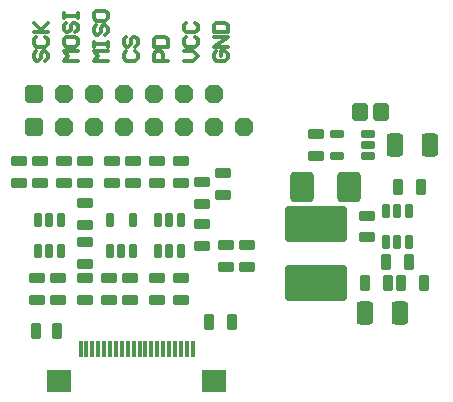
<source format=gts>
G04*
G04 #@! TF.GenerationSoftware,Altium Limited,Altium Designer,22.3.1 (43)*
G04*
G04 Layer_Color=8388736*
%FSLAX25Y25*%
%MOIN*%
G70*
G04*
G04 #@! TF.SameCoordinates,4C0AD069-EB26-4D81-AE36-419DC19207D4*
G04*
G04*
G04 #@! TF.FilePolarity,Negative*
G04*
G01*
G75*
%ADD10C,0.01181*%
G04:AMPARAMS|DCode=11|XSize=122.11mil|YSize=208.72mil|CornerRadius=13.81mil|HoleSize=0mil|Usage=FLASHONLY|Rotation=90.000|XOffset=0mil|YOffset=0mil|HoleType=Round|Shape=RoundedRectangle|*
%AMROUNDEDRECTD11*
21,1,0.12211,0.18110,0,0,90.0*
21,1,0.09449,0.20872,0,0,90.0*
1,1,0.02762,0.09055,0.04724*
1,1,0.02762,0.09055,-0.04724*
1,1,0.02762,-0.09055,-0.04724*
1,1,0.02762,-0.09055,0.04724*
%
%ADD11ROUNDEDRECTD11*%
G04:AMPARAMS|DCode=12|XSize=76.84mil|YSize=55.18mil|CornerRadius=9.68mil|HoleSize=0mil|Usage=FLASHONLY|Rotation=270.000|XOffset=0mil|YOffset=0mil|HoleType=Round|Shape=RoundedRectangle|*
%AMROUNDEDRECTD12*
21,1,0.07684,0.03583,0,0,270.0*
21,1,0.05748,0.05518,0,0,270.0*
1,1,0.01935,-0.01791,-0.02874*
1,1,0.01935,-0.01791,0.02874*
1,1,0.01935,0.01791,0.02874*
1,1,0.01935,0.01791,-0.02874*
%
%ADD12ROUNDEDRECTD12*%
G04:AMPARAMS|DCode=13|XSize=78.8mil|YSize=102.43mil|CornerRadius=13.22mil|HoleSize=0mil|Usage=FLASHONLY|Rotation=180.000|XOffset=0mil|YOffset=0mil|HoleType=Round|Shape=RoundedRectangle|*
%AMROUNDEDRECTD13*
21,1,0.07880,0.07598,0,0,180.0*
21,1,0.05236,0.10243,0,0,180.0*
1,1,0.02644,-0.02618,0.03799*
1,1,0.02644,0.02618,0.03799*
1,1,0.02644,0.02618,-0.03799*
1,1,0.02644,-0.02618,-0.03799*
%
%ADD13ROUNDEDRECTD13*%
G04:AMPARAMS|DCode=14|XSize=53.21mil|YSize=31.56mil|CornerRadius=4.76mil|HoleSize=0mil|Usage=FLASHONLY|Rotation=0.000|XOffset=0mil|YOffset=0mil|HoleType=Round|Shape=RoundedRectangle|*
%AMROUNDEDRECTD14*
21,1,0.05321,0.02205,0,0,0.0*
21,1,0.04370,0.03156,0,0,0.0*
1,1,0.00951,0.02185,-0.01102*
1,1,0.00951,-0.02185,-0.01102*
1,1,0.00951,-0.02185,0.01102*
1,1,0.00951,0.02185,0.01102*
%
%ADD14ROUNDEDRECTD14*%
G04:AMPARAMS|DCode=15|XSize=27.62mil|YSize=47.31mil|CornerRadius=7.91mil|HoleSize=0mil|Usage=FLASHONLY|Rotation=0.000|XOffset=0mil|YOffset=0mil|HoleType=Round|Shape=RoundedRectangle|*
%AMROUNDEDRECTD15*
21,1,0.02762,0.03150,0,0,0.0*
21,1,0.01181,0.04731,0,0,0.0*
1,1,0.01581,0.00591,-0.01575*
1,1,0.01581,-0.00591,-0.01575*
1,1,0.01581,-0.00591,0.01575*
1,1,0.01581,0.00591,0.01575*
%
%ADD15ROUNDEDRECTD15*%
G04:AMPARAMS|DCode=16|XSize=53.21mil|YSize=35.5mil|CornerRadius=5.15mil|HoleSize=0mil|Usage=FLASHONLY|Rotation=90.000|XOffset=0mil|YOffset=0mil|HoleType=Round|Shape=RoundedRectangle|*
%AMROUNDEDRECTD16*
21,1,0.05321,0.02520,0,0,90.0*
21,1,0.04291,0.03550,0,0,90.0*
1,1,0.01030,0.01260,0.02146*
1,1,0.01030,0.01260,-0.02146*
1,1,0.01030,-0.01260,-0.02146*
1,1,0.01030,-0.01260,0.02146*
%
%ADD16ROUNDEDRECTD16*%
G04:AMPARAMS|DCode=17|XSize=53.21mil|YSize=35.5mil|CornerRadius=5.15mil|HoleSize=0mil|Usage=FLASHONLY|Rotation=180.000|XOffset=0mil|YOffset=0mil|HoleType=Round|Shape=RoundedRectangle|*
%AMROUNDEDRECTD17*
21,1,0.05321,0.02520,0,0,180.0*
21,1,0.04291,0.03550,0,0,180.0*
1,1,0.01030,-0.02146,0.01260*
1,1,0.01030,0.02146,0.01260*
1,1,0.01030,0.02146,-0.01260*
1,1,0.01030,-0.02146,-0.01260*
%
%ADD17ROUNDEDRECTD17*%
G04:AMPARAMS|DCode=18|XSize=53.21mil|YSize=31.56mil|CornerRadius=4.76mil|HoleSize=0mil|Usage=FLASHONLY|Rotation=270.000|XOffset=0mil|YOffset=0mil|HoleType=Round|Shape=RoundedRectangle|*
%AMROUNDEDRECTD18*
21,1,0.05321,0.02205,0,0,270.0*
21,1,0.04370,0.03156,0,0,270.0*
1,1,0.00951,-0.01102,-0.02185*
1,1,0.00951,-0.01102,0.02185*
1,1,0.00951,0.01102,0.02185*
1,1,0.00951,0.01102,-0.02185*
%
%ADD18ROUNDEDRECTD18*%
G04:AMPARAMS|DCode=19|XSize=27.62mil|YSize=47.31mil|CornerRadius=4.36mil|HoleSize=0mil|Usage=FLASHONLY|Rotation=180.000|XOffset=0mil|YOffset=0mil|HoleType=Round|Shape=RoundedRectangle|*
%AMROUNDEDRECTD19*
21,1,0.02762,0.03858,0,0,180.0*
21,1,0.01890,0.04731,0,0,180.0*
1,1,0.00872,-0.00945,0.01929*
1,1,0.00872,0.00945,0.01929*
1,1,0.00872,0.00945,-0.01929*
1,1,0.00872,-0.00945,-0.01929*
%
%ADD19ROUNDEDRECTD19*%
G04:AMPARAMS|DCode=20|XSize=61.09mil|YSize=53.21mil|CornerRadius=11.84mil|HoleSize=0mil|Usage=FLASHONLY|Rotation=90.000|XOffset=0mil|YOffset=0mil|HoleType=Round|Shape=RoundedRectangle|*
%AMROUNDEDRECTD20*
21,1,0.06109,0.02953,0,0,90.0*
21,1,0.03740,0.05321,0,0,90.0*
1,1,0.02368,0.01476,0.01870*
1,1,0.02368,0.01476,-0.01870*
1,1,0.02368,-0.01476,-0.01870*
1,1,0.02368,-0.01476,0.01870*
%
%ADD20ROUNDEDRECTD20*%
G04:AMPARAMS|DCode=21|XSize=27.62mil|YSize=47.31mil|CornerRadius=4.36mil|HoleSize=0mil|Usage=FLASHONLY|Rotation=270.000|XOffset=0mil|YOffset=0mil|HoleType=Round|Shape=RoundedRectangle|*
%AMROUNDEDRECTD21*
21,1,0.02762,0.03858,0,0,270.0*
21,1,0.01890,0.04731,0,0,270.0*
1,1,0.00872,-0.01929,-0.00945*
1,1,0.00872,-0.01929,0.00945*
1,1,0.00872,0.01929,0.00945*
1,1,0.00872,0.01929,-0.00945*
%
%ADD21ROUNDEDRECTD21*%
%ADD22R,0.01581X0.05518*%
%ADD23R,0.08274X0.07487*%
%ADD24P,0.06825X8X22.5*%
G04:AMPARAMS|DCode=25|XSize=63.06mil|YSize=63.06mil|CornerRadius=16.76mil|HoleSize=0mil|Usage=FLASHONLY|Rotation=0.000|XOffset=0mil|YOffset=0mil|HoleType=Round|Shape=RoundedRectangle|*
%AMROUNDEDRECTD25*
21,1,0.06306,0.02953,0,0,0.0*
21,1,0.02953,0.06306,0,0,0.0*
1,1,0.03353,0.01476,-0.01476*
1,1,0.03353,-0.01476,-0.01476*
1,1,0.03353,-0.01476,0.01476*
1,1,0.03353,0.01476,0.01476*
%
%ADD25ROUNDEDRECTD25*%
%ADD26C,0.00400*%
D10*
X74883Y124330D02*
X74096Y123542D01*
Y121968D01*
X74883Y121181D01*
X78032D01*
X78819Y121968D01*
Y123542D01*
X78032Y124330D01*
X76458D01*
Y122755D01*
X78819Y125904D02*
X74096D01*
X78819Y129053D01*
X74096D01*
Y130627D02*
X78819D01*
Y132988D01*
X78032Y133775D01*
X74883D01*
X74096Y132988D01*
Y130627D01*
X64096Y121181D02*
X67245D01*
X68819Y122755D01*
X67245Y124330D01*
X64096D01*
X64883Y129053D02*
X64096Y128265D01*
Y126691D01*
X64883Y125904D01*
X68032D01*
X68819Y126691D01*
Y128265D01*
X68032Y129053D01*
X64883Y133775D02*
X64096Y132988D01*
Y131414D01*
X64883Y130627D01*
X68032D01*
X68819Y131414D01*
Y132988D01*
X68032Y133775D01*
X58819Y121181D02*
X54096D01*
Y123542D01*
X54883Y124330D01*
X56458D01*
X57245Y123542D01*
Y121181D01*
X54096Y125904D02*
X58819D01*
Y128265D01*
X58032Y129053D01*
X54883D01*
X54096Y128265D01*
Y125904D01*
X44883Y124330D02*
X44096Y123542D01*
Y121968D01*
X44883Y121181D01*
X48032D01*
X48819Y121968D01*
Y123542D01*
X48032Y124330D01*
X44883Y129053D02*
X44096Y128265D01*
Y126691D01*
X44883Y125904D01*
X45670D01*
X46457Y126691D01*
Y128265D01*
X47245Y129053D01*
X48032D01*
X48819Y128265D01*
Y126691D01*
X48032Y125904D01*
X38819Y121181D02*
X34096D01*
X35670Y122755D01*
X34096Y124330D01*
X38819D01*
X34096Y125904D02*
Y127478D01*
Y126691D01*
X38819D01*
Y125904D01*
Y127478D01*
X34883Y132988D02*
X34096Y132201D01*
Y130627D01*
X34883Y129840D01*
X35670D01*
X36457Y130627D01*
Y132201D01*
X37245Y132988D01*
X38032D01*
X38819Y132201D01*
Y130627D01*
X38032Y129840D01*
X34096Y136924D02*
Y135350D01*
X34883Y134563D01*
X38032D01*
X38819Y135350D01*
Y136924D01*
X38032Y137711D01*
X34883D01*
X34096Y136924D01*
X28819Y121181D02*
X24096D01*
X25670Y122755D01*
X24096Y124330D01*
X28819D01*
X24096Y128265D02*
Y126691D01*
X24883Y125904D01*
X28032D01*
X28819Y126691D01*
Y128265D01*
X28032Y129053D01*
X24883D01*
X24096Y128265D01*
X24883Y133775D02*
X24096Y132988D01*
Y131414D01*
X24883Y130627D01*
X25670D01*
X26458Y131414D01*
Y132988D01*
X27245Y133775D01*
X28032D01*
X28819Y132988D01*
Y131414D01*
X28032Y130627D01*
X24096Y135350D02*
Y136924D01*
Y136137D01*
X28819D01*
Y135350D01*
Y136924D01*
X14883Y124330D02*
X14096Y123542D01*
Y121968D01*
X14883Y121181D01*
X15670D01*
X16457Y121968D01*
Y123542D01*
X17245Y124330D01*
X18032D01*
X18819Y123542D01*
Y121968D01*
X18032Y121181D01*
X14883Y129053D02*
X14096Y128265D01*
Y126691D01*
X14883Y125904D01*
X18032D01*
X18819Y126691D01*
Y128265D01*
X18032Y129053D01*
X14096Y130627D02*
X18819D01*
X17245D01*
X14096Y133775D01*
X16457Y131414D01*
X18819Y133775D01*
D11*
X108378Y66843D02*
D03*
Y47157D02*
D03*
D12*
X134669Y93000D02*
D03*
X146087D02*
D03*
X136087Y37000D02*
D03*
X124669D02*
D03*
D13*
X119252Y78969D02*
D03*
X103504D02*
D03*
D14*
X16378Y80260D02*
D03*
X9378Y80260D02*
D03*
X15378Y48740D02*
D03*
X63378Y80260D02*
D03*
X70378Y80740D02*
D03*
X46378Y48740D02*
D03*
Y41260D02*
D03*
X22378Y48740D02*
D03*
Y41260D02*
D03*
X16378Y87740D02*
D03*
X24378D02*
D03*
Y80260D02*
D03*
X70378Y66740D02*
D03*
Y59260D02*
D03*
X31378Y60740D02*
D03*
Y53260D02*
D03*
X40378Y80260D02*
D03*
Y87740D02*
D03*
X108378Y89260D02*
D03*
Y96740D02*
D03*
X9378Y87740D02*
D03*
X15378Y41260D02*
D03*
X77378Y76260D02*
D03*
Y83740D02*
D03*
X55378Y80260D02*
D03*
Y87740D02*
D03*
Y41260D02*
D03*
Y48740D02*
D03*
X63378Y87740D02*
D03*
Y41260D02*
D03*
Y48740D02*
D03*
X70378Y73260D02*
D03*
X31378Y41260D02*
D03*
Y48740D02*
D03*
X47378Y80260D02*
D03*
Y87740D02*
D03*
X78378Y59740D02*
D03*
Y52260D02*
D03*
X85378Y59740D02*
D03*
Y52260D02*
D03*
X31378Y80260D02*
D03*
X39378Y48740D02*
D03*
Y41260D02*
D03*
X31378Y87740D02*
D03*
Y66260D02*
D03*
Y73740D02*
D03*
D15*
X15638Y68118D02*
D03*
Y57882D02*
D03*
X23118Y68118D02*
D03*
X55638Y57882D02*
D03*
X131638Y60882D02*
D03*
Y71118D02*
D03*
X135378D02*
D03*
X139118D02*
D03*
Y60882D02*
D03*
X63118Y68118D02*
D03*
Y57882D02*
D03*
X23118D02*
D03*
X19378D02*
D03*
Y68118D02*
D03*
X135378Y60882D02*
D03*
X59378Y57882D02*
D03*
X55638Y68118D02*
D03*
X59378D02*
D03*
D16*
X21921Y31000D02*
D03*
X14835D02*
D03*
D17*
X125378Y69543D02*
D03*
Y62457D02*
D03*
D18*
X72638Y34000D02*
D03*
X80118D02*
D03*
X143118Y79000D02*
D03*
X135638D02*
D03*
X124638Y47000D02*
D03*
X132118D02*
D03*
X136638D02*
D03*
X144118D02*
D03*
X139118Y54000D02*
D03*
X131638D02*
D03*
D19*
X43378Y57882D02*
D03*
X39638Y68118D02*
D03*
X47118D02*
D03*
Y57882D02*
D03*
X39638D02*
D03*
D20*
X129823Y104000D02*
D03*
X122933D02*
D03*
D21*
X125496Y96740D02*
D03*
Y89260D02*
D03*
X115260D02*
D03*
Y96740D02*
D03*
X125496Y93000D02*
D03*
D22*
X63205Y25189D02*
D03*
X61236D02*
D03*
X59268D02*
D03*
X57299D02*
D03*
X55331D02*
D03*
X53362D02*
D03*
X51394D02*
D03*
X49425D02*
D03*
X47457D02*
D03*
X41551D02*
D03*
X39583D02*
D03*
X37614D02*
D03*
X35646D02*
D03*
X33677D02*
D03*
X31709D02*
D03*
X29740D02*
D03*
X43520D02*
D03*
X45488D02*
D03*
X65173D02*
D03*
X67142D02*
D03*
D23*
X22654Y14362D02*
D03*
X74228D02*
D03*
D24*
X64378Y99000D02*
D03*
X24378D02*
D03*
X34378D02*
D03*
X44378D02*
D03*
X54378D02*
D03*
X74378D02*
D03*
X84378D02*
D03*
X74378Y110000D02*
D03*
X54378D02*
D03*
X44378D02*
D03*
X34378D02*
D03*
X24378D02*
D03*
X64378D02*
D03*
D25*
X14378Y99000D02*
D03*
Y110000D02*
D03*
D26*
X102362Y15748D02*
D03*
M02*

</source>
